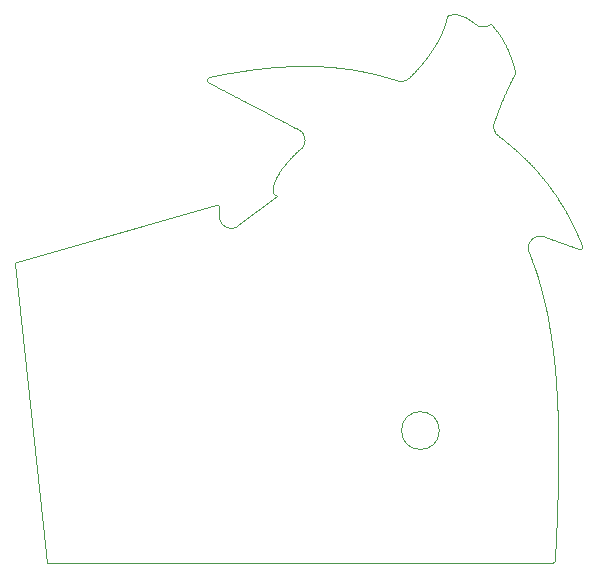
<source format=gko>
G04 #@! TF.GenerationSoftware,KiCad,Pcbnew,(5.1.2)-1*
G04 #@! TF.CreationDate,2019-07-09T23:17:51-04:00*
G04 #@! TF.ProjectId,SPIvSPI_SAO_White,53504976-5350-4495-9f53-414f5f576869,0*
G04 #@! TF.SameCoordinates,PX90f5600PY584f6c0*
G04 #@! TF.FileFunction,Profile,NP*
%FSLAX46Y46*%
G04 Gerber Fmt 4.6, Leading zero omitted, Abs format (unit mm)*
G04 Created by KiCad (PCBNEW (5.1.2)-1) date 2019-07-09 23:17:51*
%MOMM*%
%LPD*%
G04 APERTURE LIST*
%ADD10C,0.050000*%
%ADD11C,0.100000*%
G04 APERTURE END LIST*
D10*
X12200000Y-7600000D02*
G75*
G03X12200000Y-7600000I-1600000J0D01*
G01*
D11*
X24099101Y7761079D02*
X24182023Y7778761D01*
X24182023Y7778761D02*
X24219679Y7800697D01*
X-23591701Y6711875D02*
X-23658554Y6678534D01*
X-23658554Y6678534D02*
X-23706817Y6626424D01*
X-23706817Y6626424D02*
X-23735813Y6553344D01*
X-23735813Y6553344D02*
X-23738090Y6495432D01*
X23999193Y7782094D02*
X24021608Y7778282D01*
X24021608Y7778282D02*
X24099101Y7761079D01*
X21040791Y8835529D02*
X21131958Y8802666D01*
X21131958Y8802666D02*
X21212118Y8773789D01*
X21212118Y8773789D02*
X21291438Y8745232D01*
X21291438Y8745232D02*
X21379662Y8713491D01*
X21379662Y8713491D02*
X21466771Y8682173D01*
X21466771Y8682173D02*
X21543270Y8654688D01*
X21543270Y8654688D02*
X21618872Y8627541D01*
X21618872Y8627541D02*
X21693563Y8600737D01*
X21693563Y8600737D02*
X21794757Y8564448D01*
X21794757Y8564448D02*
X21876213Y8535259D01*
X21876213Y8535259D02*
X21974138Y8500193D01*
X21974138Y8500193D02*
X22052869Y8472021D01*
X22052869Y8472021D02*
X22147406Y8438217D01*
X22147406Y8438217D02*
X22248347Y8402153D01*
X22248347Y8402153D02*
X22322520Y8375672D01*
X22322520Y8375672D02*
X22411392Y8343964D01*
X22411392Y8343964D02*
X22506032Y8310225D01*
X22506032Y8310225D02*
X22590629Y8280090D01*
X22590629Y8280090D02*
X22687928Y8245455D01*
X22687928Y8245455D02*
X22775090Y8214454D01*
X22775090Y8214454D02*
X22859668Y8184396D01*
X22859668Y8184396D02*
X22941614Y8155295D01*
X22941614Y8155295D02*
X23027355Y8124872D01*
X23027355Y8124872D02*
X23122327Y8091199D01*
X23122327Y8091199D02*
X23218822Y8057020D01*
X23218822Y8057020D02*
X23310253Y8024665D01*
X23310253Y8024665D02*
X23396516Y7994169D01*
X23396516Y7994169D02*
X23475032Y7966436D01*
X23475032Y7966436D02*
X23553087Y7938891D01*
X23553087Y7938891D02*
X23639831Y7908310D01*
X23639831Y7908310D02*
X23725113Y7878280D01*
X23725113Y7878280D02*
X23799362Y7852166D01*
X23799362Y7852166D02*
X23873908Y7825983D01*
X23873908Y7825983D02*
X23953805Y7797967D01*
X23953805Y7797967D02*
X23999193Y7782094D01*
X19773468Y7517387D02*
X19746379Y7590821D01*
X19746379Y7590821D02*
X19724024Y7669371D01*
X19724024Y7669371D02*
X19706418Y7760301D01*
X19706418Y7760301D02*
X19697466Y7851461D01*
X19697466Y7851461D02*
X19697613Y7952286D01*
X19697613Y7952286D02*
X19706868Y8043217D01*
X19706868Y8043217D02*
X19723462Y8127841D01*
X19723462Y8127841D02*
X19745794Y8205601D01*
X19745794Y8205601D02*
X19773428Y8278846D01*
X19773428Y8278846D02*
X19805737Y8347738D01*
X19805737Y8347738D02*
X19841929Y8411984D01*
X19841929Y8411984D02*
X19881994Y8472461D01*
X19881994Y8472461D02*
X19926204Y8529899D01*
X19926204Y8529899D02*
X19973585Y8583285D01*
X19973585Y8583285D02*
X20024553Y8633274D01*
X20024553Y8633274D02*
X20078676Y8679475D01*
X20078676Y8679475D02*
X20136378Y8722167D01*
X20136378Y8722167D02*
X20197742Y8761176D01*
X20197742Y8761176D02*
X20262887Y8796239D01*
X20262887Y8796239D02*
X20332712Y8827316D01*
X20332712Y8827316D02*
X20406666Y8853527D01*
X20406666Y8853527D02*
X20487884Y8874942D01*
X20487884Y8874942D02*
X20575364Y8889875D01*
X20575364Y8889875D02*
X20668482Y8896884D01*
X20668482Y8896884D02*
X20767629Y8894524D01*
X20767629Y8894524D02*
X20857224Y8883735D01*
X20857224Y8883735D02*
X20940070Y8866384D01*
X20940070Y8866384D02*
X21019887Y8842832D01*
X21019887Y8842832D02*
X21040791Y8835529D01*
X21790542Y-18783210D02*
X21855330Y-18747700D01*
X21855330Y-18747700D02*
X21913658Y-18705839D01*
X21913658Y-18705839D02*
X21962712Y-18654280D01*
X21962712Y-18654280D02*
X21987257Y-18590974D01*
X-21021535Y-18784932D02*
X21790542Y-18783210D01*
X21790542Y-18783210D02*
X21790542Y-18783210D01*
X-23738090Y6495432D02*
X-23398521Y3335387D01*
X-23398521Y3335387D02*
X-21870460Y-10884817D01*
X-21870460Y-10884817D02*
X-21106428Y-17994920D01*
X-21106428Y-17994920D02*
X-21021535Y-18784932D01*
X-6730025Y11529496D02*
X-23591701Y6711875D01*
X-23591701Y6711875D02*
X-23591701Y6711875D01*
X24219679Y7800697D02*
X24268624Y7852142D01*
X24268624Y7852142D02*
X24298036Y7922828D01*
X24298036Y7922828D02*
X24294538Y8019874D01*
X24294538Y8019874D02*
X24287892Y8039442D01*
X21987257Y-18590974D02*
X21993116Y-18481604D01*
X21993116Y-18481604D02*
X21998480Y-18380821D01*
X21998480Y-18380821D02*
X22003800Y-18280204D01*
X22003800Y-18280204D02*
X22009075Y-18179750D01*
X22009075Y-18179750D02*
X22014740Y-18071111D01*
X22014740Y-18071111D02*
X22020350Y-17962663D01*
X22020350Y-17962663D02*
X22025482Y-17862729D01*
X22025482Y-17862729D02*
X22031833Y-17738043D01*
X22031833Y-17738043D02*
X22037279Y-17630186D01*
X22037279Y-17630186D02*
X22043085Y-17514249D01*
X22043085Y-17514249D02*
X22048417Y-17406789D01*
X22048417Y-17406789D02*
X22053694Y-17299522D01*
X22053694Y-17299522D02*
X22059316Y-17184217D01*
X22059316Y-17184217D02*
X22064084Y-17085558D01*
X22064084Y-17085558D02*
X22068807Y-16987066D01*
X22068807Y-16987066D02*
X22073867Y-16880544D01*
X22073867Y-16880544D02*
X22078871Y-16774215D01*
X22078871Y-16774215D02*
X22084574Y-16651762D01*
X22084574Y-16651762D02*
X22089083Y-16553981D01*
X22089083Y-16553981D02*
X22093543Y-16456363D01*
X22093543Y-16456363D02*
X22097952Y-16358903D01*
X22097952Y-16358903D02*
X22102674Y-16253503D01*
X22102674Y-16253503D02*
X22108052Y-16132124D01*
X22108052Y-16132124D02*
X22112649Y-16027130D01*
X22112649Y-16027130D02*
X22116841Y-15930382D01*
X22116841Y-15930382D02*
X22120981Y-15833792D01*
X22120981Y-15833792D02*
X22125072Y-15737362D01*
X22125072Y-15737362D02*
X22129114Y-15641091D01*
X22129114Y-15641091D02*
X22133104Y-15544981D01*
X22133104Y-15544981D02*
X22137696Y-15433055D01*
X22137696Y-15433055D02*
X22142215Y-15321343D01*
X22142215Y-15321343D02*
X22146666Y-15209846D01*
X22146666Y-15209846D02*
X22151044Y-15098567D01*
X22151044Y-15098567D02*
X22155659Y-14979579D01*
X22155659Y-14979579D02*
X22159591Y-14876655D01*
X22159591Y-14876655D02*
X22163756Y-14766021D01*
X22163756Y-14766021D02*
X22167851Y-14655602D01*
X22167851Y-14655602D02*
X22171872Y-14545399D01*
X22171872Y-14545399D02*
X22175542Y-14443259D01*
X22175542Y-14443259D02*
X22179148Y-14341302D01*
X22179148Y-14341302D02*
X22182959Y-14231708D01*
X22182959Y-14231708D02*
X22186697Y-14122327D01*
X22186697Y-14122327D02*
X22190362Y-14013160D01*
X22190362Y-14013160D02*
X22193950Y-13904205D01*
X22193950Y-13904205D02*
X22197466Y-13795464D01*
X22197466Y-13795464D02*
X22200907Y-13686934D01*
X22200907Y-13686934D02*
X22204270Y-13578613D01*
X22204270Y-13578613D02*
X22207559Y-13470508D01*
X22207559Y-13470508D02*
X22210771Y-13362612D01*
X22210771Y-13362612D02*
X22213907Y-13254928D01*
X22213907Y-13254928D02*
X22216966Y-13147453D01*
X22216966Y-13147453D02*
X22219946Y-13040189D01*
X22219946Y-13040189D02*
X22222852Y-12933137D01*
X22222852Y-12933137D02*
X22225676Y-12826293D01*
X22225676Y-12826293D02*
X22228423Y-12719658D01*
X22228423Y-12719658D02*
X22231092Y-12613232D01*
X22231092Y-12613232D02*
X22233681Y-12507017D01*
X22233681Y-12507017D02*
X22236191Y-12401009D01*
X22236191Y-12401009D02*
X22238620Y-12295208D01*
X22238620Y-12295208D02*
X22240969Y-12189617D01*
X22240969Y-12189617D02*
X22243238Y-12084234D01*
X22243238Y-12084234D02*
X22245426Y-11979057D01*
X22245426Y-11979057D02*
X22247531Y-11874086D01*
X22247531Y-11874086D02*
X22249555Y-11769323D01*
X22249555Y-11769323D02*
X22251499Y-11664767D01*
X22251499Y-11664767D02*
X22253359Y-11560418D01*
X22253359Y-11560418D02*
X22255137Y-11456273D01*
X22255137Y-11456273D02*
X22256831Y-11352334D01*
X22256831Y-11352334D02*
X22258443Y-11248602D01*
X22258443Y-11248602D02*
X22259968Y-11145073D01*
X22259968Y-11145073D02*
X22261412Y-11041750D01*
X22261412Y-11041750D02*
X22262770Y-10938630D01*
X22262770Y-10938630D02*
X22264044Y-10835717D01*
X22264044Y-10835717D02*
X22265232Y-10733006D01*
X22265232Y-10733006D02*
X22266335Y-10630497D01*
X22266335Y-10630497D02*
X22267352Y-10528194D01*
X22267352Y-10528194D02*
X22268282Y-10426094D01*
X22268282Y-10426094D02*
X22269124Y-10324194D01*
X22269124Y-10324194D02*
X22269879Y-10222496D01*
X22269879Y-10222496D02*
X22270549Y-10121003D01*
X22270549Y-10121003D02*
X22271129Y-10019709D01*
X22271129Y-10019709D02*
X22271623Y-9918617D01*
X22271623Y-9918617D02*
X22272026Y-9817728D01*
X22272026Y-9817728D02*
X22272341Y-9717039D01*
X22272341Y-9717039D02*
X22272569Y-9616552D01*
X22272569Y-9616552D02*
X22272705Y-9516263D01*
X22272705Y-9516263D02*
X22272743Y-9373340D01*
X22272743Y-9373340D02*
X22272615Y-9241500D01*
X22272615Y-9241500D02*
X22272308Y-9102911D01*
X22272308Y-9102911D02*
X22271922Y-8989483D01*
X22271922Y-8989483D02*
X22271417Y-8876316D01*
X22271417Y-8876316D02*
X22270813Y-8766933D01*
X22270813Y-8766933D02*
X22270120Y-8661307D01*
X22270120Y-8661307D02*
X22269319Y-8555908D01*
X22269319Y-8555908D02*
X22268413Y-8450735D01*
X22268413Y-8450735D02*
X22267364Y-8342294D01*
X22267364Y-8342294D02*
X22266159Y-8230609D01*
X22266159Y-8230609D02*
X22264960Y-8129615D01*
X22264960Y-8129615D02*
X22263330Y-8004536D01*
X22263330Y-8004536D02*
X22261386Y-7869399D01*
X22261386Y-7869399D02*
X22258737Y-7703594D01*
X22258737Y-7703594D02*
X22256626Y-7583054D01*
X22256626Y-7583054D02*
X22254564Y-7473114D01*
X22254564Y-7473114D02*
X22252588Y-7373699D01*
X22252588Y-7373699D02*
X22250504Y-7274491D01*
X22250504Y-7274491D02*
X22248160Y-7168671D01*
X22248160Y-7168671D02*
X22245696Y-7063087D01*
X22245696Y-7063087D02*
X22243196Y-6961134D01*
X22243196Y-6961134D02*
X22240491Y-6856014D01*
X22240491Y-6856014D02*
X22237850Y-6757889D01*
X22237850Y-6757889D02*
X22234909Y-6653224D01*
X22234909Y-6653224D02*
X22232046Y-6555524D01*
X22232046Y-6555524D02*
X22228448Y-6437883D01*
X22228448Y-6437883D02*
X22223587Y-6287068D01*
X22223587Y-6287068D02*
X22219624Y-6170107D01*
X22219624Y-6170107D02*
X22214416Y-6023493D01*
X22214416Y-6023493D02*
X22209965Y-5903882D01*
X22209965Y-5903882D02*
X22204950Y-5774657D01*
X22204950Y-5774657D02*
X22200008Y-5652398D01*
X22200008Y-5652398D02*
X22195726Y-5550215D01*
X22195726Y-5550215D02*
X22191460Y-5451551D01*
X22191460Y-5451551D02*
X22187070Y-5353097D01*
X22187070Y-5353097D02*
X22182106Y-5245053D01*
X22182106Y-5245053D02*
X22177148Y-5140526D01*
X22177148Y-5140526D02*
X22172215Y-5039499D01*
X22172215Y-5039499D02*
X22167314Y-4941947D01*
X22167314Y-4941947D02*
X22162293Y-4844611D01*
X22162293Y-4844611D02*
X22156625Y-4737786D01*
X22156625Y-4737786D02*
X22150987Y-4634445D01*
X22150987Y-4634445D02*
X22145206Y-4531344D01*
X22145206Y-4531344D02*
X22139471Y-4431695D01*
X22139471Y-4431695D02*
X22133792Y-4335476D01*
X22133792Y-4335476D02*
X22127989Y-4239467D01*
X22127989Y-4239467D02*
X22122057Y-4143670D01*
X22122057Y-4143670D02*
X22116003Y-4048084D01*
X22116003Y-4048084D02*
X22109819Y-3952708D01*
X22109819Y-3952708D02*
X22103506Y-3857540D01*
X22103506Y-3857540D02*
X22096633Y-3756258D01*
X22096633Y-3756258D02*
X22090057Y-3661524D01*
X22090057Y-3661524D02*
X22083352Y-3566998D01*
X22083352Y-3566998D02*
X22076516Y-3472679D01*
X22076516Y-3472679D02*
X22069551Y-3378568D01*
X22069551Y-3378568D02*
X22062455Y-3284665D01*
X22062455Y-3284665D02*
X22055231Y-3190971D01*
X22055231Y-3190971D02*
X22047874Y-3097480D01*
X22047874Y-3097480D02*
X22040383Y-3004196D01*
X22040383Y-3004196D02*
X22032762Y-2911119D01*
X22032762Y-2911119D02*
X22025009Y-2818248D01*
X22025009Y-2818248D02*
X22016592Y-2719411D01*
X22016592Y-2719411D02*
X22008563Y-2626964D01*
X22008563Y-2626964D02*
X22000399Y-2534719D01*
X22000399Y-2534719D02*
X21992104Y-2442681D01*
X21992104Y-2442681D02*
X21983672Y-2350847D01*
X21983672Y-2350847D02*
X21974529Y-2253115D01*
X21974529Y-2253115D02*
X21965818Y-2161700D01*
X21965818Y-2161700D02*
X21955780Y-2058342D01*
X21955780Y-2058342D02*
X21945871Y-1958271D01*
X21945871Y-1958271D02*
X21936409Y-1864488D01*
X21936409Y-1864488D02*
X21926176Y-1764891D01*
X21926176Y-1764891D02*
X21916412Y-1671552D01*
X21916412Y-1671552D02*
X21903593Y-1551431D01*
X21903593Y-1551431D02*
X21886229Y-1392820D01*
X21886229Y-1392820D02*
X21874185Y-1285440D01*
X21874185Y-1285440D02*
X21861596Y-1175375D01*
X21861596Y-1175375D02*
X21849490Y-1071538D01*
X21849490Y-1071538D02*
X21836837Y-965015D01*
X21836837Y-965015D02*
X21824340Y-861727D01*
X21824340Y-861727D02*
X21812378Y-764584D01*
X21812378Y-764584D02*
X21800616Y-670615D01*
X21800616Y-670615D02*
X21789064Y-579796D01*
X21789064Y-579796D02*
X21776980Y-486266D01*
X21776980Y-486266D02*
X21764729Y-392959D01*
X21764729Y-392959D02*
X21752313Y-299873D01*
X21752313Y-299873D02*
X21738148Y-195417D01*
X21738148Y-195417D02*
X21723774Y-91243D01*
X21723774Y-91243D02*
X21708781Y15534D01*
X21708781Y15534D02*
X21695633Y107644D01*
X21695633Y107644D02*
X21682318Y199532D01*
X21682318Y199532D02*
X21669257Y288342D01*
X21669257Y288342D02*
X21655611Y379801D01*
X21655611Y379801D02*
X21641793Y471039D01*
X21641793Y471039D02*
X21627807Y562059D01*
X21627807Y562059D02*
X21613649Y652862D01*
X21613649Y652862D02*
X21599323Y743446D01*
X21599323Y743446D02*
X21584823Y833814D01*
X21584823Y833814D02*
X21570153Y923966D01*
X21570153Y923966D02*
X21551570Y1036352D01*
X21551570Y1036352D02*
X21522712Y1207093D01*
X21522712Y1207093D02*
X21507803Y1293563D01*
X21507803Y1293563D02*
X21492241Y1382611D01*
X21492241Y1382611D02*
X21475516Y1476991D01*
X21475516Y1476991D02*
X21458591Y1571131D01*
X21458591Y1571131D02*
X21442481Y1659512D01*
X21442481Y1659512D02*
X21424145Y1758686D01*
X21424145Y1758686D02*
X21407138Y1849362D01*
X21407138Y1849362D02*
X21384169Y1969912D01*
X21384169Y1969912D02*
X21363528Y2076430D01*
X21363528Y2076430D02*
X21345315Y2169038D01*
X21345315Y2169038D02*
X21327988Y2255979D01*
X21327988Y2255979D02*
X21310480Y2342712D01*
X21310480Y2342712D02*
X21291679Y2434637D01*
X21291679Y2434637D02*
X21254595Y2612409D01*
X21254595Y2612409D02*
X21234615Y2706322D01*
X21234615Y2706322D02*
X21214416Y2799988D01*
X21214416Y2799988D02*
X21195755Y2885409D01*
X21195755Y2885409D02*
X21176908Y2970624D01*
X21176908Y2970624D02*
X21155487Y3066244D01*
X21155487Y3066244D02*
X21128983Y3182762D01*
X21128983Y3182762D02*
X21107037Y3277806D01*
X21107037Y3277806D02*
X21084855Y3372590D01*
X21084855Y3372590D02*
X21064938Y3456628D01*
X21064938Y3456628D02*
X21042305Y3550926D01*
X21042305Y3550926D02*
X21019434Y3644969D01*
X21019434Y3644969D02*
X20992449Y3754360D01*
X20992449Y3754360D02*
X20972321Y3834879D01*
X20972321Y3834879D02*
X20951356Y3917797D01*
X20951356Y3917797D02*
X20930863Y3997932D01*
X20930863Y3997932D02*
X20909521Y4080455D01*
X20909521Y4080455D02*
X20887985Y4162779D01*
X20887985Y4162779D02*
X20866259Y4244902D01*
X20866259Y4244902D02*
X20844338Y4326826D01*
X20844338Y4326826D02*
X20822225Y4408551D01*
X20822225Y4408551D02*
X20799915Y4490080D01*
X20799915Y4490080D02*
X20774585Y4581562D01*
X20774585Y4581562D02*
X20751860Y4662671D01*
X20751860Y4662671D02*
X20728941Y4743580D01*
X20728941Y4743580D02*
X20705824Y4824296D01*
X20705824Y4824296D02*
X20682511Y4904814D01*
X20682511Y4904814D02*
X20659000Y4985136D01*
X20659000Y4985136D02*
X20627842Y5090262D01*
X20627842Y5090262D02*
X20603870Y5170134D01*
X20603870Y5170134D02*
X20579700Y5249813D01*
X20579700Y5249813D02*
X20555330Y5329297D01*
X20555330Y5329297D02*
X20523040Y5433327D01*
X20523040Y5433327D02*
X20488842Y5541955D01*
X20488842Y5541955D02*
X20463729Y5620729D01*
X20463729Y5620729D02*
X20438415Y5699313D01*
X20438415Y5699313D02*
X20412096Y5780150D01*
X20412096Y5780150D02*
X20379096Y5880303D01*
X20379096Y5880303D02*
X20353106Y5958254D01*
X20353106Y5958254D02*
X20326913Y6036015D01*
X20326913Y6036015D02*
X20300514Y6113587D01*
X20300514Y6113587D02*
X20270566Y6200630D01*
X20270566Y6200630D02*
X20242046Y6282619D01*
X20242046Y6282619D02*
X20214988Y6359590D01*
X20214988Y6359590D02*
X20186867Y6438771D01*
X20186867Y6438771D02*
X20152485Y6534480D01*
X20152485Y6534480D02*
X20118647Y6627518D01*
X20118647Y6627518D02*
X20090649Y6703651D01*
X20090649Y6703651D02*
X20062443Y6779597D01*
X20062443Y6779597D02*
X20022423Y6886083D01*
X20022423Y6886083D02*
X19994609Y6959230D01*
X19994609Y6959230D02*
X19965690Y7034554D01*
X19965690Y7034554D02*
X19936559Y7109694D01*
X19936559Y7109694D02*
X19902610Y7196346D01*
X19902610Y7196346D02*
X19873945Y7268760D01*
X19873945Y7268760D02*
X19840406Y7352638D01*
X19840406Y7352638D02*
X19806597Y7436285D01*
X19806597Y7436285D02*
X19774417Y7515074D01*
X19774417Y7515074D02*
X19773468Y7517387D01*
X16826549Y18514100D02*
X16853855Y18590486D01*
X16853855Y18590486D02*
X16881042Y18666058D01*
X16881042Y18666058D02*
X16909163Y18743746D01*
X16909163Y18743746D02*
X16938206Y18823466D01*
X16938206Y18823466D02*
X16966255Y18899977D01*
X16966255Y18899977D02*
X16994436Y18976381D01*
X16994436Y18976381D02*
X17022688Y19052508D01*
X17022688Y19052508D02*
X17052315Y19131839D01*
X17052315Y19131839D02*
X17079866Y19205164D01*
X17079866Y19205164D02*
X17107996Y19279587D01*
X17107996Y19279587D02*
X17136696Y19355063D01*
X17136696Y19355063D02*
X17165958Y19431541D01*
X17165958Y19431541D02*
X17195773Y19508977D01*
X17195773Y19508977D02*
X17226132Y19587323D01*
X17226132Y19587323D02*
X17257025Y19666529D01*
X17257025Y19666529D02*
X17285277Y19738513D01*
X17285277Y19738513D02*
X17313950Y19811121D01*
X17313950Y19811121D02*
X17343037Y19884320D01*
X17343037Y19884320D02*
X17372528Y19958076D01*
X17372528Y19958076D02*
X17405765Y20040637D01*
X17405765Y20040637D02*
X17436092Y20115453D01*
X17436092Y20115453D02*
X17466807Y20190717D01*
X17466807Y20190717D02*
X17501378Y20274826D01*
X17501378Y20274826D02*
X17532004Y20348807D01*
X17532004Y20348807D02*
X17562087Y20420980D01*
X17562087Y20420980D02*
X17592488Y20493432D01*
X17592488Y20493432D02*
X17622299Y20563989D01*
X17622299Y20563989D02*
X17655151Y20641193D01*
X17655151Y20641193D02*
X17689271Y20720762D01*
X17689271Y20720762D02*
X17720935Y20794043D01*
X17720935Y20794043D02*
X17751949Y20865288D01*
X17751949Y20865288D02*
X17783231Y20936629D01*
X17783231Y20936629D02*
X17816702Y21012363D01*
X17816702Y21012363D02*
X17847557Y21081646D01*
X17847557Y21081646D02*
X17878654Y21150939D01*
X17878654Y21150939D02*
X17909985Y21220219D01*
X17909985Y21220219D02*
X17941548Y21289463D01*
X17941548Y21289463D02*
X17977326Y21367288D01*
X17977326Y21367288D02*
X18009364Y21436371D01*
X18009364Y21436371D02*
X18042628Y21507496D01*
X18042628Y21507496D02*
X18076628Y21579549D01*
X18076628Y21579549D02*
X18113928Y21657851D01*
X18113928Y21657851D02*
X18148912Y21730566D01*
X18148912Y21730566D02*
X18182557Y21799844D01*
X18182557Y21799844D02*
X18217447Y21870994D01*
X18217447Y21870994D02*
X18250965Y21938685D01*
X18250965Y21938685D02*
X18286251Y22009238D01*
X18286251Y22009238D02*
X18320670Y22077351D01*
X18320670Y22077351D02*
X18354731Y22144074D01*
X18354731Y22144074D02*
X18388963Y22210432D01*
X18388963Y22210432D02*
X18423359Y22276400D01*
X18423359Y22276400D02*
X18457913Y22341953D01*
X18457913Y22341953D02*
X18494798Y22411124D01*
X18494798Y22411124D02*
X18531306Y22478764D01*
X18531306Y22478764D02*
X18567423Y22544872D01*
X18567423Y22544872D02*
X18603140Y22609440D01*
X18640347Y22675758D02*
X18624500Y22750000D01*
X-6554498Y11498490D02*
X-6622441Y11530806D01*
X-6622441Y11530806D02*
X-6722451Y11531559D01*
X-6722451Y11531559D02*
X-6730025Y11529496D01*
X-6471126Y11340877D02*
X-6491197Y11422449D01*
X-6491197Y11422449D02*
X-6533615Y11480974D01*
X-6533615Y11480974D02*
X-6554498Y11498490D01*
X-1521536Y12282465D02*
X-4841940Y9772159D01*
X-4841940Y9772159D02*
X-4841940Y9772159D01*
X-6444462Y10536707D02*
X-6452795Y10788012D01*
X-6452795Y10788012D02*
X-6462794Y11089575D01*
X-6462794Y11089575D02*
X-6470293Y11315747D01*
X-6470293Y11315747D02*
X-6471126Y11340877D01*
X-4841940Y9772159D02*
X-4902383Y9729677D01*
X-4902383Y9729677D02*
X-4965707Y9691560D01*
X-4965707Y9691560D02*
X-5032800Y9657619D01*
X-5032800Y9657619D02*
X-5104055Y9628180D01*
X-5104055Y9628180D02*
X-5180365Y9603605D01*
X-5180365Y9603605D02*
X-5262569Y9584613D01*
X-5262569Y9584613D02*
X-5355598Y9571944D01*
X-5355598Y9571944D02*
X-5452412Y9568292D01*
X-5452412Y9568292D02*
X-5549464Y9574187D01*
X-5549464Y9574187D02*
X-5636695Y9587692D01*
X-5636695Y9587692D02*
X-5717477Y9607341D01*
X-5717477Y9607341D02*
X-5793368Y9632385D01*
X-5793368Y9632385D02*
X-5863988Y9661850D01*
X-5863988Y9661850D02*
X-5931307Y9695999D01*
X-5931307Y9695999D02*
X-5994239Y9733914D01*
X-5994239Y9733914D02*
X-6053114Y9775377D01*
X-6053114Y9775377D02*
X-6108218Y9820319D01*
X-6108218Y9820319D02*
X-6160145Y9869177D01*
X-6160145Y9869177D02*
X-6208618Y9921816D01*
X-6208618Y9921816D02*
X-6254450Y9979582D01*
X-6254450Y9979582D02*
X-6295241Y10039711D01*
X-6295241Y10039711D02*
X-6331971Y10103728D01*
X-6331971Y10103728D02*
X-6364689Y10172557D01*
X-6364689Y10172557D02*
X-6392429Y10245237D01*
X-6392429Y10245237D02*
X-6416041Y10326830D01*
X-6416041Y10326830D02*
X-6432776Y10411121D01*
X-6432776Y10411121D02*
X-6443186Y10508967D01*
X-6443186Y10508967D02*
X-6444462Y10536707D01*
X-1799749Y12459672D02*
X-1752104Y12405564D01*
X-1752104Y12405564D02*
X-1696727Y12360636D01*
X-1696727Y12360636D02*
X-1632686Y12323459D01*
X-1632686Y12323459D02*
X-1560877Y12294290D01*
X-1560877Y12294290D02*
X-1521536Y12282465D01*
X-1791309Y13375206D02*
X-1816856Y13299746D01*
X-1816856Y13299746D02*
X-1840748Y13221048D01*
X-1840748Y13221048D02*
X-1861882Y13140852D01*
X-1861882Y13140852D02*
X-1880042Y13057107D01*
X-1880042Y13057107D02*
X-1894025Y12970298D01*
X-1894025Y12970298D02*
X-1902522Y12878340D01*
X-1902522Y12878340D02*
X-1902807Y12778476D01*
X-1902807Y12778476D02*
X-1892786Y12687061D01*
X-1892786Y12687061D02*
X-1873271Y12606187D01*
X-1873271Y12606187D02*
X-1844380Y12533489D01*
X-1844380Y12533489D02*
X-1807294Y12470198D01*
X-1807294Y12470198D02*
X-1799749Y12459672D01*
X436326Y16252819D02*
X381849Y16206777D01*
X381849Y16206777D02*
X326275Y16159128D01*
X326275Y16159128D02*
X272222Y16112117D01*
X272222Y16112117D02*
X217977Y16064256D01*
X217977Y16064256D02*
X163569Y16015554D01*
X163569Y16015554D02*
X110676Y15967518D01*
X110676Y15967518D02*
X58452Y15919410D01*
X58452Y15919410D02*
X6103Y15870486D01*
X6103Y15870486D02*
X-47135Y15820001D01*
X-47135Y15820001D02*
X-100412Y15768714D01*
X-100412Y15768714D02*
X-152929Y15717392D01*
X-152929Y15717392D02*
X-207704Y15663023D01*
X-207704Y15663023D02*
X-258654Y15611664D01*
X-258654Y15611664D02*
X-308839Y15560302D01*
X-308839Y15560302D02*
X-361146Y15505934D01*
X-361146Y15505934D02*
X-415430Y15448576D01*
X-415430Y15448576D02*
X-465977Y15394279D01*
X-465977Y15394279D02*
X-515664Y15340037D01*
X-515664Y15340037D02*
X-564494Y15285865D01*
X-564494Y15285865D02*
X-617743Y15225775D01*
X-617743Y15225775D02*
X-664756Y15171796D01*
X-664756Y15171796D02*
X-710911Y15117930D01*
X-710911Y15117930D02*
X-758694Y15061210D01*
X-758694Y15061210D02*
X-805515Y15004647D01*
X-805515Y15004647D02*
X-851377Y14948262D01*
X-851377Y14948262D02*
X-896273Y14892064D01*
X-896273Y14892064D02*
X-942492Y14833133D01*
X-942492Y14833133D02*
X-987642Y14774453D01*
X-987642Y14774453D02*
X-1031721Y14716037D01*
X-1031721Y14716037D02*
X-1074731Y14657914D01*
X-1074731Y14657914D02*
X-1118738Y14597212D01*
X-1118738Y14597212D02*
X-1161558Y14536866D01*
X-1161558Y14536866D02*
X-1205151Y14474063D01*
X-1205151Y14474063D02*
X-1247439Y14411701D01*
X-1247439Y14411701D02*
X-1288424Y14349807D01*
X-1288424Y14349807D02*
X-1329881Y14285633D01*
X-1329881Y14285633D02*
X-1369907Y14222030D01*
X-1369907Y14222030D02*
X-1408507Y14159027D01*
X-1408507Y14159027D02*
X-1447258Y14093956D01*
X-1447258Y14093956D02*
X-1484451Y14029601D01*
X-1484451Y14029601D02*
X-1521532Y13963366D01*
X-1521532Y13963366D02*
X-1556918Y13897984D01*
X-1556918Y13897984D02*
X-1591918Y13830929D01*
X-1591918Y13830929D02*
X-1626317Y13762360D01*
X-1626317Y13762360D02*
X-1659893Y13692446D01*
X-1659893Y13692446D02*
X-1691330Y13623799D01*
X-1691330Y13623799D02*
X-1721632Y13554093D01*
X-1721632Y13554093D02*
X-1751480Y13481213D01*
X-1751480Y13481213D02*
X-1779527Y13407826D01*
X-1779527Y13407826D02*
X-1791309Y13375206D01*
X251087Y17901767D02*
X315056Y17865495D01*
X315056Y17865495D02*
X375530Y17825246D01*
X375530Y17825246D02*
X432015Y17781508D01*
X432015Y17781508D02*
X486583Y17732500D01*
X486583Y17732500D02*
X536117Y17680972D01*
X536117Y17680972D02*
X582797Y17624668D01*
X582797Y17624668D02*
X624577Y17565970D01*
X624577Y17565970D02*
X662655Y17503172D01*
X662655Y17503172D02*
X697408Y17434696D01*
X697408Y17434696D02*
X726784Y17363846D01*
X726784Y17363846D02*
X751643Y17287619D01*
X751643Y17287619D02*
X771044Y17206424D01*
X771044Y17206424D02*
X784597Y17115720D01*
X784597Y17115720D02*
X789971Y17019090D01*
X789971Y17019090D02*
X786127Y16922751D01*
X786127Y16922751D02*
X774277Y16833853D01*
X774277Y16833853D02*
X755490Y16750102D01*
X755490Y16750102D02*
X731422Y16673605D01*
X731422Y16673605D02*
X702506Y16602271D01*
X702506Y16602271D02*
X668870Y16534945D01*
X668870Y16534945D02*
X630473Y16470955D01*
X630473Y16470955D02*
X587587Y16410481D01*
X587587Y16410481D02*
X540489Y16353672D01*
X540489Y16353672D02*
X490910Y16302060D01*
X490910Y16302060D02*
X436326Y16252819D01*
X-7193046Y21805067D02*
X-7127471Y21769611D01*
X-7127471Y21769611D02*
X-7057870Y21732258D01*
X-7057870Y21732258D02*
X-6992489Y21697319D01*
X-6992489Y21697319D02*
X-6922519Y21660032D01*
X-6922519Y21660032D02*
X-6854388Y21623803D01*
X-6854388Y21623803D02*
X-6788389Y21588764D01*
X-6788389Y21588764D02*
X-6713998Y21549322D01*
X-6713998Y21549322D02*
X-6647646Y21514182D01*
X-6647646Y21514182D02*
X-6577964Y21477312D01*
X-6577964Y21477312D02*
X-6505010Y21438741D01*
X-6505010Y21438741D02*
X-6428830Y21398496D01*
X-6428830Y21398496D02*
X-6349482Y21356605D01*
X-6349482Y21356605D02*
X-6267017Y21313097D01*
X-6267017Y21313097D02*
X-6186918Y21270861D01*
X-6186918Y21270861D02*
X-6115366Y21233149D01*
X-6115366Y21233149D02*
X-6047573Y21197432D01*
X-6047573Y21197432D02*
X-5978131Y21160860D01*
X-5978131Y21160860D02*
X-5907063Y21123444D01*
X-5907063Y21123444D02*
X-5822147Y21078755D01*
X-5822147Y21078755D02*
X-5735040Y21032928D01*
X-5735040Y21032928D02*
X-5658714Y20992786D01*
X-5658714Y20992786D02*
X-5567756Y20944963D01*
X-5567756Y20944963D02*
X-5501499Y20910135D01*
X-5501499Y20910135D02*
X-5420654Y20867653D01*
X-5420654Y20867653D02*
X-5345258Y20828042D01*
X-5345258Y20828042D02*
X-5240526Y20773034D01*
X-5240526Y20773034D02*
X-5169441Y20735707D01*
X-5169441Y20735707D02*
X-5068342Y20682631D01*
X-5068342Y20682631D02*
X-4965346Y20628573D01*
X-4965346Y20628573D02*
X-4875623Y20581492D01*
X-4875623Y20581492D02*
X-4784581Y20533729D01*
X-4784581Y20533729D02*
X-4692240Y20485296D01*
X-4692240Y20485296D02*
X-4582918Y20427965D01*
X-4582918Y20427965D02*
X-4471863Y20369741D01*
X-4471863Y20369741D02*
X-4391546Y20327639D01*
X-4391546Y20327639D02*
X-4310359Y20285088D01*
X-4310359Y20285088D02*
X-4195357Y20224824D01*
X-4195357Y20224824D02*
X-4128922Y20190016D01*
X-4128922Y20190016D02*
X-4045149Y20146129D01*
X-4045149Y20146129D02*
X-3977580Y20110736D01*
X-3977580Y20110736D02*
X-3909517Y20075087D01*
X-3909517Y20075087D02*
X-3840966Y20039187D01*
X-3840966Y20039187D02*
X-3771936Y20003041D01*
X-3771936Y20003041D02*
X-3667503Y19948364D01*
X-3667503Y19948364D02*
X-3579693Y19902395D01*
X-3579693Y19902395D02*
X-3491144Y19856047D01*
X-3491144Y19856047D02*
X-3419812Y19818714D01*
X-3419812Y19818714D02*
X-3348041Y19781155D01*
X-3348041Y19781155D02*
X-3239571Y19724397D01*
X-3239571Y19724397D02*
X-3157589Y19681506D01*
X-3157589Y19681506D02*
X-3056680Y19628719D01*
X-3056680Y19628719D02*
X-2982804Y19590076D01*
X-2982804Y19590076D02*
X-2908529Y19551230D01*
X-2908529Y19551230D02*
X-2824496Y19507285D01*
X-2824496Y19507285D02*
X-2721132Y19453235D01*
X-2721132Y19453235D02*
X-2650242Y19416171D01*
X-2650242Y19416171D02*
X-2569512Y19373966D01*
X-2569512Y19373966D02*
X-2493151Y19334049D01*
X-2493151Y19334049D02*
X-2397209Y19283901D01*
X-2397209Y19283901D02*
X-2300701Y19233464D01*
X-2300701Y19233464D02*
X-2184203Y19172587D01*
X-2184203Y19172587D02*
X-2106123Y19131789D01*
X-2106123Y19131789D02*
X-2027718Y19090825D01*
X-2027718Y19090825D02*
X-1929276Y19039399D01*
X-1929276Y19039399D02*
X-1850166Y18998076D01*
X-1850166Y18998076D02*
X-1770752Y18956598D01*
X-1770752Y18956598D02*
X-1671062Y18904535D01*
X-1671062Y18904535D02*
X-1530765Y18831274D01*
X-1530765Y18831274D02*
X-1430017Y18778671D01*
X-1430017Y18778671D02*
X-1349125Y18736440D01*
X-1349125Y18736440D02*
X-1267972Y18694076D01*
X-1267972Y18694076D02*
X-1186564Y18651583D01*
X-1186564Y18651583D02*
X-1104906Y18608964D01*
X-1104906Y18608964D02*
X-981973Y18544810D01*
X-981973Y18544810D02*
X-879135Y18491148D01*
X-879135Y18491148D02*
X-796608Y18448089D01*
X-796608Y18448089D02*
X-703500Y18399514D01*
X-703500Y18399514D02*
X-610137Y18350810D01*
X-610137Y18350810D02*
X-526931Y18307409D01*
X-526931Y18307409D02*
X-443531Y18263909D01*
X-443531Y18263909D02*
X-318082Y18198486D01*
X-318082Y18198486D02*
X-234224Y18154759D01*
X-234224Y18154759D02*
X-150195Y18110945D01*
X-150195Y18110945D02*
X-44931Y18056065D01*
X-44931Y18056065D02*
X60586Y18001060D01*
X60586Y18001060D02*
X208687Y17923866D01*
X208687Y17923866D02*
X251087Y17901767D01*
X9606137Y22266511D02*
X9552071Y22219669D01*
X9552071Y22219669D02*
X9491431Y22174324D01*
X9491431Y22174324D02*
X9429957Y22134997D01*
X9429957Y22134997D02*
X9364795Y22099666D01*
X9364795Y22099666D02*
X9295094Y22068312D01*
X9295094Y22068312D02*
X9220952Y22041555D01*
X9220952Y22041555D02*
X9139954Y22019460D01*
X9139954Y22019460D02*
X9053239Y22003528D01*
X9053239Y22003528D02*
X8960031Y21994883D01*
X8960031Y21994883D02*
X8860201Y21995117D01*
X8860201Y21995117D02*
X8766571Y22004256D01*
X8766571Y22004256D02*
X8682330Y22020021D01*
X8682330Y22020021D02*
X8603548Y22041511D01*
X8603548Y22041511D02*
X8586343Y22047106D01*
X8586343Y22047106D02*
X8505926Y22073884D01*
X8505926Y22073884D02*
X8418863Y22102513D01*
X8418863Y22102513D02*
X8333355Y22130267D01*
X8333355Y22130267D02*
X8254344Y22155590D01*
X8254344Y22155590D02*
X8175258Y22180628D01*
X8175258Y22180628D02*
X8096092Y22205383D01*
X8096092Y22205383D02*
X8016844Y22229856D01*
X8016844Y22229856D02*
X7930903Y22256047D01*
X7930903Y22256047D02*
X7851485Y22279928D01*
X7851485Y22279928D02*
X7771981Y22303526D01*
X7771981Y22303526D02*
X7685756Y22328769D01*
X7685756Y22328769D02*
X7606072Y22351775D01*
X7606072Y22351775D02*
X7526300Y22374496D01*
X7526300Y22374496D02*
X7446437Y22396936D01*
X7446437Y22396936D02*
X7366483Y22419088D01*
X7366483Y22419088D02*
X7279761Y22442769D01*
X7279761Y22442769D02*
X7199611Y22464331D01*
X7199611Y22464331D02*
X7112673Y22487370D01*
X7112673Y22487370D02*
X7030647Y22508774D01*
X7030647Y22508774D02*
X6945165Y22530736D01*
X6945165Y22530736D02*
X6857888Y22552800D01*
X6857888Y22552800D02*
X6763762Y22576188D01*
X6763762Y22576188D02*
X6682974Y22595927D01*
X6682974Y22595927D02*
X6602077Y22615382D01*
X6602077Y22615382D02*
X6519387Y22634948D01*
X6519387Y22634948D02*
X6434894Y22654608D01*
X6434894Y22654608D02*
X6346896Y22674725D01*
X6346896Y22674725D02*
X6257069Y22694889D01*
X6257069Y22694889D02*
X6168805Y22714333D01*
X6168805Y22714333D02*
X6080410Y22733442D01*
X6080410Y22733442D02*
X5991878Y22752217D01*
X5991878Y22752217D02*
X5903208Y22770661D01*
X5903208Y22770661D02*
X5807563Y22790146D01*
X5807563Y22790146D02*
X5698052Y22811943D01*
X5698052Y22811943D02*
X5610632Y22828948D01*
X5610632Y22828948D02*
X5524789Y22845308D01*
X5524789Y22845308D02*
X5438811Y22861359D01*
X5438811Y22861359D02*
X5347527Y22878036D01*
X5347527Y22878036D02*
X5257814Y22894058D01*
X5257814Y22894058D02*
X5154109Y22912130D01*
X5154109Y22912130D02*
X5065797Y22927142D01*
X5065797Y22927142D02*
X4973865Y22942401D01*
X4973865Y22942401D02*
X4878289Y22957870D01*
X4878289Y22957870D02*
X4791248Y22971606D01*
X4791248Y22971606D02*
X4704061Y22985032D01*
X4704061Y22985032D02*
X4616719Y22998149D01*
X4616719Y22998149D02*
X4522220Y23011968D01*
X4522220Y23011968D02*
X4434562Y23024439D01*
X4434562Y23024439D02*
X4344992Y23036842D01*
X4344992Y23036842D02*
X4253498Y23049154D01*
X4253498Y23049154D02*
X4161829Y23061135D01*
X4161829Y23061135D02*
X4062916Y23073659D01*
X4062916Y23073659D02*
X3972657Y23084729D01*
X3972657Y23084729D02*
X3878679Y23095888D01*
X3878679Y23095888D02*
X3786295Y23106498D01*
X3786295Y23106498D02*
X3693729Y23116775D01*
X3693729Y23116775D02*
X3600981Y23126714D01*
X3600981Y23126714D02*
X3509838Y23136137D01*
X3509838Y23136137D02*
X3402382Y23146808D01*
X3402382Y23146808D02*
X3307255Y23155863D01*
X3307255Y23155863D02*
X3206526Y23165053D01*
X3206526Y23165053D02*
X3112796Y23173236D01*
X3112796Y23173236D02*
X3018869Y23181085D01*
X3018869Y23181085D02*
X2924751Y23188595D01*
X2924751Y23188595D02*
X2823171Y23196310D01*
X2823171Y23196310D02*
X2728638Y23203124D01*
X2728638Y23203124D02*
X2628436Y23209964D01*
X2628436Y23209964D02*
X2531662Y23216200D01*
X2531662Y23216200D02*
X2429180Y23222409D01*
X2429180Y23222409D02*
X2333802Y23227826D01*
X2333802Y23227826D02*
X2238217Y23232907D01*
X2238217Y23232907D02*
X2135044Y23238003D01*
X2135044Y23238003D02*
X2039022Y23242384D01*
X2039022Y23242384D02*
X1920548Y23247315D01*
X1920548Y23247315D02*
X1816614Y23251210D01*
X1816614Y23251210D02*
X1719877Y23254479D01*
X1719877Y23254479D02*
X1607987Y23257831D01*
X1607987Y23257831D02*
X1503289Y23260555D01*
X1503289Y23260555D02*
X1400208Y23262851D01*
X1400208Y23262851D02*
X1300636Y23264707D01*
X1300636Y23264707D02*
X1195173Y23266289D01*
X1195173Y23266289D02*
X1091334Y23267460D01*
X1091334Y23267460D02*
X991027Y23268232D01*
X991027Y23268232D02*
X884779Y23268667D01*
X884779Y23268667D02*
X778258Y23268712D01*
X778258Y23268712D02*
X671463Y23268366D01*
X671463Y23268366D02*
X556734Y23267559D01*
X556734Y23267559D02*
X457043Y23266498D01*
X457043Y23266498D02*
X357108Y23265099D01*
X357108Y23265099D02*
X256932Y23263363D01*
X256932Y23263363D02*
X156506Y23261288D01*
X156506Y23261288D02*
X55835Y23258876D01*
X55835Y23258876D02*
X-52860Y23255901D01*
X-52860Y23255901D02*
X-154053Y23252788D01*
X-154053Y23252788D02*
X-255496Y23249336D01*
X-255496Y23249336D02*
X-357197Y23245548D01*
X-357197Y23245548D02*
X-459152Y23241420D01*
X-459152Y23241420D02*
X-561367Y23236956D01*
X-561367Y23236956D02*
X-663844Y23232154D01*
X-663844Y23232154D02*
X-766581Y23227013D01*
X-766581Y23227013D02*
X-861650Y23221968D01*
X-861650Y23221968D02*
X-956945Y23216634D01*
X-956945Y23216634D02*
X-1052469Y23211012D01*
X-1052469Y23211012D02*
X-1148221Y23205103D01*
X-1148221Y23205103D02*
X-1244202Y23198904D01*
X-1244202Y23198904D02*
X-1340417Y23192418D01*
X-1340417Y23192418D02*
X-1436863Y23185643D01*
X-1436863Y23185643D02*
X-1533546Y23178579D01*
X-1533546Y23178579D02*
X-1630464Y23171228D01*
X-1630464Y23171228D02*
X-1727619Y23163588D01*
X-1727619Y23163588D02*
X-1825014Y23155660D01*
X-1825014Y23155660D02*
X-1922650Y23147442D01*
X-1922650Y23147442D02*
X-2020525Y23138935D01*
X-2020525Y23138935D02*
X-2118645Y23130141D01*
X-2118645Y23130141D02*
X-2217009Y23121058D01*
X-2217009Y23121058D02*
X-2315617Y23111685D01*
X-2315617Y23111685D02*
X-2414475Y23102025D01*
X-2414475Y23102025D02*
X-2513579Y23092074D01*
X-2513579Y23092074D02*
X-2604645Y23082700D01*
X-2604645Y23082700D02*
X-2695923Y23073083D01*
X-2695923Y23073083D02*
X-2787414Y23063224D01*
X-2787414Y23063224D02*
X-2887464Y23052191D01*
X-2887464Y23052191D02*
X-2979402Y23041824D01*
X-2979402Y23041824D02*
X-3079942Y23030236D01*
X-3079942Y23030236D02*
X-3172332Y23019361D01*
X-3172332Y23019361D02*
X-3264939Y23008243D01*
X-3264939Y23008243D02*
X-3366214Y22995835D01*
X-3366214Y22995835D02*
X-3459281Y22984209D01*
X-3459281Y22984209D02*
X-3552568Y22972339D01*
X-3552568Y22972339D02*
X-3646076Y22960224D01*
X-3646076Y22960224D02*
X-3739812Y22947870D01*
X-3739812Y22947870D02*
X-3833769Y22935271D01*
X-3833769Y22935271D02*
X-3927951Y22922428D01*
X-3927951Y22922428D02*
X-4022360Y22909343D01*
X-4022360Y22909343D02*
X-4116998Y22896014D01*
X-4116998Y22896014D02*
X-4211864Y22882442D01*
X-4211864Y22882442D02*
X-4306960Y22868627D01*
X-4306960Y22868627D02*
X-4402286Y22854567D01*
X-4402286Y22854567D02*
X-4497846Y22840265D01*
X-4497846Y22840265D02*
X-4584919Y22827051D01*
X-4584919Y22827051D02*
X-4672184Y22813636D01*
X-4672184Y22813636D02*
X-4759645Y22800020D01*
X-4759645Y22800020D02*
X-4847303Y22786203D01*
X-4847303Y22786203D02*
X-4935157Y22772186D01*
X-4935157Y22772186D02*
X-5023203Y22757965D01*
X-5023203Y22757965D02*
X-5111452Y22743545D01*
X-5111452Y22743545D02*
X-5199896Y22728923D01*
X-5199896Y22728923D02*
X-5288539Y22714098D01*
X-5288539Y22714098D02*
X-5377382Y22699073D01*
X-5377382Y22699073D02*
X-5466427Y22683848D01*
X-5466427Y22683848D02*
X-5555673Y22668418D01*
X-5555673Y22668418D02*
X-5645122Y22652788D01*
X-5645122Y22652788D02*
X-5734772Y22636957D01*
X-5734772Y22636957D02*
X-5824627Y22620924D01*
X-5824627Y22620924D02*
X-5914688Y22604689D01*
X-5914688Y22604689D02*
X-6004954Y22588254D01*
X-6004954Y22588254D02*
X-6095426Y22571616D01*
X-6095426Y22571616D02*
X-6186105Y22554776D01*
X-6186105Y22554776D02*
X-6276993Y22537736D01*
X-6276993Y22537736D02*
X-6368089Y22520493D01*
X-6368089Y22520493D02*
X-6459393Y22503048D01*
X-6459393Y22503048D02*
X-6550910Y22485402D01*
X-6550910Y22485402D02*
X-6642638Y22467554D01*
X-6642638Y22467554D02*
X-6734578Y22449505D01*
X-6734578Y22449505D02*
X-6826730Y22431253D01*
X-6826730Y22431253D02*
X-6919096Y22412799D01*
X-6919096Y22412799D02*
X-7002409Y22396019D01*
X-7002409Y22396019D02*
X-7053405Y22385681D01*
X15223124Y26849857D02*
X15167566Y26896260D01*
X15167566Y26896260D02*
X15110385Y26942230D01*
X15110385Y26942230D02*
X15052775Y26986858D01*
X15052775Y26986858D02*
X14995066Y27029967D01*
X14995066Y27029967D02*
X14935548Y27072850D01*
X14935548Y27072850D02*
X14874333Y27115348D01*
X14874333Y27115348D02*
X14813654Y27155919D01*
X14813654Y27155919D02*
X14752413Y27195338D01*
X14752413Y27195338D02*
X14687999Y27235169D01*
X14687999Y27235169D02*
X14623497Y27273399D01*
X14623497Y27273399D02*
X14558215Y27310412D01*
X14558215Y27310412D02*
X14491687Y27346393D01*
X14491687Y27346393D02*
X14424883Y27380748D01*
X14424883Y27380748D02*
X14357626Y27413515D01*
X14357626Y27413515D02*
X14287349Y27445774D01*
X14287349Y27445774D02*
X14216190Y27476331D01*
X14216190Y27476331D02*
X14141847Y27505935D01*
X14141847Y27505935D02*
X14068330Y27532802D01*
X14068330Y27532802D02*
X13993043Y27557748D01*
X13993043Y27557748D02*
X13912748Y27581369D01*
X13912748Y27581369D02*
X13832452Y27601760D01*
X13832452Y27601760D02*
X13747452Y27619633D01*
X13747452Y27619633D02*
X13660385Y27633731D01*
X13660385Y27633731D02*
X13569094Y27643609D01*
X13569094Y27643609D02*
X13471567Y27648149D01*
X13471567Y27648149D02*
X13372998Y27645817D01*
X13372998Y27645817D02*
X13278380Y27636319D01*
X13278380Y27636319D02*
X13192356Y27620805D01*
X13192356Y27620805D02*
X13113104Y27600029D01*
X13113104Y27600029D02*
X13038354Y27574046D01*
X13038354Y27574046D02*
X12968602Y27543525D01*
X12968602Y27543525D02*
X12936991Y27527486D01*
X12832605Y27386065D02*
X12815469Y27300969D01*
X12815469Y27300969D02*
X12796843Y27217143D01*
X12796843Y27217143D02*
X12776427Y27132738D01*
X12776427Y27132738D02*
X12754864Y27049971D01*
X12754864Y27049971D02*
X12732369Y26969046D01*
X12732369Y26969046D02*
X12708489Y26887970D01*
X12708489Y26887970D02*
X12683641Y26807935D01*
X12683641Y26807935D02*
X12658702Y26731296D01*
X12658702Y26731296D02*
X12632744Y26654855D01*
X12632744Y26654855D02*
X12605831Y26578676D01*
X12605831Y26578676D02*
X12577157Y26500518D01*
X12577157Y26500518D02*
X12548921Y26426201D01*
X12548921Y26426201D02*
X12519006Y26349999D01*
X12519006Y26349999D02*
X12489312Y26276651D01*
X12489312Y26276651D02*
X12458988Y26203882D01*
X12458988Y26203882D02*
X12428093Y26131735D01*
X12428093Y26131735D02*
X12396136Y26059041D01*
X12396136Y26059041D02*
X12364798Y25989493D01*
X12364798Y25989493D02*
X12331354Y25917020D01*
X12331354Y25917020D02*
X12298663Y25847792D01*
X12298663Y25847792D02*
X12265052Y25778149D01*
X12265052Y25778149D02*
X12231146Y25709361D01*
X12231146Y25709361D02*
X12196996Y25641463D01*
X12196996Y25641463D02*
X12161987Y25573225D01*
X12161987Y25573225D02*
X12126797Y25505927D01*
X12126797Y25505927D02*
X12091474Y25439602D01*
X12091474Y25439602D02*
X12055359Y25372997D01*
X12055359Y25372997D02*
X12018454Y25306121D01*
X12018454Y25306121D02*
X11980760Y25238989D01*
X11980760Y25238989D02*
X11942275Y25171609D01*
X11942275Y25171609D02*
X11905290Y25107904D01*
X11905290Y25107904D02*
X11866829Y25042694D01*
X11866829Y25042694D02*
X11829222Y24979908D01*
X11829222Y24979908D02*
X11790136Y24915644D01*
X11790136Y24915644D02*
X11748714Y24848576D01*
X11748714Y24848576D02*
X11704866Y24778698D01*
X11704866Y24778698D02*
X11661901Y24711296D01*
X11661901Y24711296D02*
X11619914Y24646398D01*
X11619914Y24646398D02*
X11578103Y24582706D01*
X11578103Y24582706D02*
X11536518Y24520233D01*
X11536518Y24520233D02*
X11496101Y24460326D01*
X11496101Y24460326D02*
X11455097Y24400339D01*
X11455097Y24400339D02*
X11411648Y24337606D01*
X11411648Y24337606D02*
X11369445Y24277476D01*
X11369445Y24277476D02*
X11324743Y24214611D01*
X11324743Y24214611D02*
X11279401Y24151695D01*
X11279401Y24151695D02*
X11235391Y24091412D01*
X11235391Y24091412D02*
X11191794Y24032437D01*
X11191794Y24032437D02*
X11147638Y23973436D01*
X11147638Y23973436D02*
X11099853Y23910396D01*
X11099853Y23910396D02*
X11052470Y23848684D01*
X11052470Y23848684D02*
X11007627Y23790993D01*
X11007627Y23790993D02*
X10961187Y23731969D01*
X10961187Y23731969D02*
X10914190Y23672956D01*
X10914190Y23672956D02*
X10863376Y23609941D01*
X10863376Y23609941D02*
X10809720Y23544280D01*
X10809720Y23544280D02*
X10762067Y23486694D01*
X10762067Y23486694D02*
X10715010Y23430487D01*
X10715010Y23430487D02*
X10665170Y23371652D01*
X10665170Y23371652D02*
X10615926Y23314208D01*
X10615926Y23314208D02*
X10563823Y23254158D01*
X10563823Y23254158D02*
X10514670Y23198180D01*
X10514670Y23198180D02*
X10466201Y23143604D01*
X10466201Y23143604D02*
X10418449Y23090430D01*
X10418449Y23090430D02*
X10369028Y23036005D01*
X10369028Y23036005D02*
X10317907Y22980342D01*
X10317907Y22980342D02*
X10268749Y22927419D01*
X10268749Y22927419D02*
X10219130Y22874588D01*
X10219130Y22874588D02*
X10169058Y22821856D01*
X10169058Y22821856D02*
X10114089Y22764628D01*
X10114089Y22764628D02*
X10062421Y22711464D01*
X10062421Y22711464D02*
X10009643Y22657764D01*
X10009643Y22657764D02*
X9957690Y22605495D01*
X9957690Y22605495D02*
X9907253Y22555307D01*
X9907253Y22555307D02*
X9849093Y22498098D01*
X9849093Y22498098D02*
X9795076Y22445587D01*
X9795076Y22445587D02*
X9741266Y22393868D01*
X9741266Y22393868D02*
X9687003Y22342297D01*
X9687003Y22342297D02*
X9632284Y22290881D01*
X9632284Y22290881D02*
X9606137Y22266511D01*
X17155301Y17397429D02*
X17099607Y17442859D01*
X17099607Y17442859D02*
X17048213Y17491480D01*
X17048213Y17491480D02*
X16999749Y17544628D01*
X16999749Y17544628D02*
X16955416Y17601164D01*
X16955416Y17601164D02*
X16914977Y17661504D01*
X16914977Y17661504D02*
X16878815Y17725357D01*
X16878815Y17725357D02*
X16846339Y17794595D01*
X16846339Y17794595D02*
X16818165Y17869740D01*
X16818165Y17869740D02*
X16795919Y17948087D01*
X16795919Y17948087D02*
X16779503Y18032557D01*
X16779503Y18032557D02*
X16770103Y18124408D01*
X16770103Y18124408D02*
X16769585Y18224173D01*
X16769585Y18224173D02*
X16778059Y18316388D01*
X16778059Y18316388D02*
X16794149Y18403465D01*
X16794149Y18403465D02*
X16816188Y18483498D01*
X16816188Y18483498D02*
X16826549Y18514100D01*
X12850864Y27481839D02*
X12832605Y27386065D01*
X12832605Y27386065D02*
X12832605Y27386065D01*
X12936991Y27527486D02*
X12850864Y27481839D01*
X12850864Y27481839D02*
X12850864Y27481839D01*
X-7450280Y22091699D02*
X-7437069Y22004450D01*
X-7437069Y22004450D02*
X-7397335Y21943681D01*
X-7397335Y21943681D02*
X-7344593Y21895822D01*
X-7344593Y21895822D02*
X-7283957Y21855271D01*
X-7283957Y21855271D02*
X-7218353Y21818544D01*
X-7218353Y21818544D02*
X-7193046Y21805067D01*
X-7053405Y22385681D02*
X-7136759Y22368943D01*
X-7136759Y22368943D02*
X-7216583Y22347407D01*
X-7216583Y22347407D02*
X-7291899Y22317901D01*
X-7291899Y22317901D02*
X-7354396Y22280216D01*
X-7354396Y22280216D02*
X-7404687Y22229936D01*
X-7404687Y22229936D02*
X-7438401Y22163594D01*
X-7438401Y22163594D02*
X-7450280Y22091699D01*
X24287892Y8039442D02*
X24253027Y8126766D01*
X24253027Y8126766D02*
X24223608Y8199760D01*
X24223608Y8199760D02*
X24194028Y8272533D01*
X24194028Y8272533D02*
X24164286Y8345084D01*
X24164286Y8345084D02*
X24134957Y8416024D01*
X24134957Y8416024D02*
X24104891Y8488140D01*
X24104891Y8488140D02*
X24074075Y8561418D01*
X24074075Y8561418D02*
X24041914Y8637223D01*
X24041914Y8637223D02*
X24010747Y8710039D01*
X24010747Y8710039D02*
X23980590Y8779898D01*
X23980590Y8779898D02*
X23946694Y8857731D01*
X23946694Y8857731D02*
X23915594Y8928511D01*
X23915594Y8928511D02*
X23884321Y8999082D01*
X23884321Y8999082D02*
X23852272Y9070788D01*
X23852272Y9070788D02*
X23820655Y9140929D01*
X23820655Y9140929D02*
X23787024Y9214889D01*
X23787024Y9214889D02*
X23755049Y9284598D01*
X23755049Y9284598D02*
X23717937Y9364773D01*
X23717937Y9364773D02*
X23683713Y9438023D01*
X23683713Y9438023D02*
X23645522Y9518996D01*
X23645522Y9518996D02*
X23612773Y9587799D01*
X23612773Y9587799D02*
X23579845Y9656397D01*
X23579845Y9656397D02*
X23544823Y9728732D01*
X23544823Y9728732D02*
X23510885Y9798220D01*
X23510885Y9798220D02*
X23476757Y9867499D01*
X23476757Y9867499D02*
X23441141Y9939172D01*
X23441141Y9939172D02*
X23407280Y10006730D01*
X23407280Y10006730D02*
X23370608Y10079261D01*
X23370608Y10079261D02*
X23336365Y10146407D01*
X23336365Y10146407D02*
X23293962Y10228777D01*
X23293962Y10228777D02*
X23258635Y10296763D01*
X23258635Y10296763D02*
X23223786Y10363272D01*
X23223786Y10363272D02*
X23186720Y10433404D01*
X23186720Y10433404D02*
X23150801Y10500782D01*
X23150801Y10500782D02*
X23113317Y10570491D01*
X23113317Y10570491D02*
X23074935Y10641247D01*
X23074935Y10641247D02*
X23039093Y10706753D01*
X23039093Y10706753D02*
X22997499Y10782097D01*
X22997499Y10782097D02*
X22961241Y10847193D01*
X22961241Y10847193D02*
X22924787Y10912103D01*
X22924787Y10912103D02*
X22887431Y10978069D01*
X22887431Y10978069D02*
X22848452Y11046318D01*
X22848452Y11046318D02*
X22811395Y11110655D01*
X22811395Y11110655D02*
X22774139Y11174807D01*
X22774139Y11174807D02*
X22735964Y11240002D01*
X22735964Y11240002D02*
X22698304Y11303786D01*
X22698304Y11303786D02*
X22658257Y11371050D01*
X22658257Y11371050D02*
X22619452Y11435679D01*
X22619452Y11435679D02*
X22578958Y11502549D01*
X22578958Y11502549D02*
X22534524Y11575268D01*
X22534524Y11575268D02*
X22495796Y11638101D01*
X22495796Y11638101D02*
X22453860Y11705567D01*
X22453860Y11705567D02*
X22414702Y11768035D01*
X22414702Y11768035D02*
X22375339Y11830326D01*
X22375339Y11830326D02*
X22335004Y11893636D01*
X22335004Y11893636D02*
X22292919Y11959144D01*
X22292919Y11959144D02*
X22252144Y12022089D01*
X22252144Y12022089D02*
X22209597Y12087220D01*
X22209597Y12087220D02*
X22169153Y12148624D01*
X22169153Y12148624D02*
X22125361Y12214562D01*
X22125361Y12214562D02*
X22084476Y12275612D01*
X22084476Y12275612D02*
X22043376Y12336497D01*
X22043376Y12336497D02*
X21998875Y12401878D01*
X21998875Y12401878D02*
X21957330Y12462414D01*
X21957330Y12462414D02*
X21909122Y12532063D01*
X21909122Y12532063D02*
X21867109Y12592246D01*
X21867109Y12592246D02*
X21824876Y12652268D01*
X21824876Y12652268D02*
X21782422Y12712127D01*
X21782422Y12712127D02*
X21739751Y12771824D01*
X21739751Y12771824D02*
X21694378Y12834791D01*
X21694378Y12834791D02*
X21650419Y12895299D01*
X21650419Y12895299D02*
X21604553Y12957917D01*
X21604553Y12957917D02*
X21556760Y13022626D01*
X21556760Y13022626D02*
X21512922Y13081494D01*
X21512922Y13081494D02*
X21468861Y13140204D01*
X21468861Y13140204D02*
X21421156Y13203259D01*
X21421156Y13203259D02*
X21373187Y13266136D01*
X21373187Y13266136D02*
X21328406Y13324362D01*
X21328406Y13324362D02*
X21279925Y13386898D01*
X21279925Y13386898D02*
X21234669Y13444810D01*
X21234669Y13444810D02*
X21185674Y13507008D01*
X21185674Y13507008D02*
X21136409Y13569033D01*
X21136409Y13569033D02*
X21091310Y13625368D01*
X21091310Y13625368D02*
X21037070Y13692565D01*
X21037070Y13692565D02*
X20990579Y13749689D01*
X20990579Y13749689D02*
X20937543Y13814327D01*
X20937543Y13814327D02*
X20889644Y13872230D01*
X20889644Y13872230D02*
X20835118Y13937603D01*
X20835118Y13937603D02*
X20787608Y13994107D01*
X20787608Y13994107D02*
X20732491Y14059125D01*
X20732491Y14059125D02*
X20684464Y14115323D01*
X20684464Y14115323D02*
X20637127Y14170304D01*
X20637127Y14170304D02*
X20583945Y14231597D01*
X20583945Y14231597D02*
X20535177Y14287367D01*
X20535177Y14287367D02*
X20486164Y14343000D01*
X20486164Y14343000D02*
X20437855Y14397432D01*
X20437855Y14397432D02*
X20387402Y14453860D01*
X20387402Y14453860D02*
X20337652Y14509088D01*
X20337652Y14509088D02*
X20283800Y14568413D01*
X20283800Y14568413D02*
X20233538Y14623363D01*
X20233538Y14623363D02*
X20183025Y14678182D01*
X20183025Y14678182D02*
X20129330Y14736021D01*
X20129330Y14736021D02*
X20077320Y14791620D01*
X20077320Y14791620D02*
X20026039Y14846037D01*
X20026039Y14846037D02*
X19970531Y14904500D01*
X19970531Y14904500D02*
X19918724Y14958654D01*
X19918724Y14958654D02*
X19866664Y15012681D01*
X19866664Y15012681D02*
X19811323Y15069689D01*
X19811323Y15069689D02*
X19758739Y15123458D01*
X19758739Y15123458D02*
X19708952Y15174012D01*
X19708952Y15174012D02*
X19655868Y15227544D01*
X19655868Y15227544D02*
X19594297Y15289158D01*
X19594297Y15289158D02*
X19540656Y15342426D01*
X19540656Y15342426D02*
X19474280Y15407823D01*
X19474280Y15407823D02*
X19416921Y15463881D01*
X19416921Y15463881D02*
X19361372Y15517773D01*
X19361372Y15517773D02*
X19306603Y15570534D01*
X19306603Y15570534D02*
X19243083Y15631264D01*
X19243083Y15631264D02*
X19187749Y15683773D01*
X19187749Y15683773D02*
X19127858Y15740195D01*
X19127858Y15740195D02*
X19067661Y15796484D01*
X19067661Y15796484D02*
X19014734Y15845629D01*
X19014734Y15845629D02*
X18955042Y15900675D01*
X18955042Y15900675D02*
X18901606Y15949613D01*
X18901606Y15949613D02*
X18845737Y16000444D01*
X18845737Y16000444D02*
X18788505Y16052163D01*
X18788505Y16052163D02*
X18735434Y16099807D01*
X18735434Y16099807D02*
X18678792Y16150330D01*
X18678792Y16150330D02*
X18619649Y16202726D01*
X18619649Y16202726D02*
X18556851Y16257967D01*
X18556851Y16257967D02*
X18502769Y16305222D01*
X18502769Y16305222D02*
X18448454Y16352387D01*
X18448454Y16352387D02*
X18393902Y16399466D01*
X18393902Y16399466D02*
X18337969Y16447434D01*
X18337969Y16447434D02*
X18280642Y16496292D01*
X18280642Y16496292D02*
X18219592Y16547977D01*
X18219592Y16547977D02*
X18164051Y16594698D01*
X18164051Y16594698D02*
X18108272Y16641333D01*
X18108272Y16641333D02*
X18052253Y16687886D01*
X18052253Y16687886D02*
X17995993Y16734358D01*
X17995993Y16734358D02*
X17940672Y16779780D01*
X17940672Y16779780D02*
X17882750Y16827054D01*
X17882750Y16827054D02*
X17825766Y16873279D01*
X17825766Y16873279D02*
X17768537Y16919425D01*
X17768537Y16919425D02*
X17712264Y16964535D01*
X17712264Y16964535D02*
X17648528Y17015312D01*
X17648528Y17015312D02*
X17590546Y17061217D01*
X17590546Y17061217D02*
X17532319Y17107045D01*
X17532319Y17107045D02*
X17473846Y17152796D01*
X17473846Y17152796D02*
X17416349Y17197522D01*
X17416349Y17197522D02*
X17356155Y17244074D01*
X17356155Y17244074D02*
X17296938Y17289600D01*
X17296938Y17289600D02*
X17232505Y17338837D01*
X17232505Y17338837D02*
X17172769Y17384211D01*
X17172769Y17384211D02*
X17155301Y17397429D01*
X16178928Y26673933D02*
X16101248Y26651522D01*
X16101248Y26651522D02*
X16018162Y26634606D01*
X16018162Y26634606D02*
X15927294Y26624065D01*
X15927294Y26624065D02*
X15828406Y26621826D01*
X15828406Y26621826D02*
X15734562Y26628612D01*
X15734562Y26628612D02*
X15647511Y26642914D01*
X15647511Y26642914D02*
X15567319Y26663303D01*
X15567319Y26663303D02*
X15492514Y26689067D01*
X15492514Y26689067D02*
X15420786Y26720519D01*
X15420786Y26720519D02*
X15354150Y26756400D01*
X15354150Y26756400D02*
X15292041Y26796489D01*
X15292041Y26796489D02*
X15235128Y26839806D01*
X15235128Y26839806D02*
X15223124Y26849857D01*
X18603140Y22609440D02*
X18640347Y22675758D01*
X18640347Y22675758D02*
X18640347Y22675758D01*
X16572601Y26804361D02*
X16178928Y26673933D01*
X16178928Y26673933D02*
X16178928Y26673933D01*
X16735898Y26625732D02*
X16623631Y26748541D01*
X16623631Y26748541D02*
X16573876Y26802966D01*
X16573876Y26802966D02*
X16572601Y26804361D01*
X18624500Y22750000D02*
X18605889Y22833168D01*
X18605889Y22833168D02*
X18586477Y22913921D01*
X18586477Y22913921D02*
X18565432Y22997229D01*
X18565432Y22997229D02*
X18544305Y23077465D01*
X18544305Y23077465D02*
X18522547Y23157174D01*
X18522547Y23157174D02*
X18499102Y23240209D01*
X18499102Y23240209D02*
X18476450Y23317976D01*
X18476450Y23317976D02*
X18453333Y23395095D01*
X18453333Y23395095D02*
X18429237Y23473305D01*
X18429237Y23473305D02*
X18404909Y23550206D01*
X18404909Y23550206D02*
X18380287Y23626089D01*
X18380287Y23626089D02*
X18354894Y23702434D01*
X18354894Y23702434D02*
X18328471Y23779962D01*
X18328471Y23779962D02*
X18302527Y23854297D01*
X18302527Y23854297D02*
X18275374Y23930316D01*
X18275374Y23930316D02*
X18248608Y24003569D01*
X18248608Y24003569D02*
X18220740Y24078157D01*
X18220740Y24078157D02*
X18193060Y24150627D01*
X18193060Y24150627D02*
X18164801Y24223038D01*
X18164801Y24223038D02*
X18134140Y24299885D01*
X18134140Y24299885D02*
X18103328Y24375390D01*
X18103328Y24375390D02*
X18072455Y24449397D01*
X18072455Y24449397D02*
X18042116Y24520580D01*
X18042116Y24520580D02*
X18010860Y24592383D01*
X18010860Y24592383D02*
X17978676Y24664757D01*
X17978676Y24664757D02*
X17946117Y24736425D01*
X17946117Y24736425D02*
X17911497Y24810990D01*
X17911497Y24810990D02*
X17878849Y24879811D01*
X17878849Y24879811D02*
X17845365Y24948938D01*
X17845365Y24948938D02*
X17811039Y25018327D01*
X17811039Y25018327D02*
X17773957Y25091669D01*
X17773957Y25091669D02*
X17739837Y25157712D01*
X17739837Y25157712D02*
X17704944Y25223871D01*
X17704944Y25223871D02*
X17667913Y25292605D01*
X17667913Y25292605D02*
X17632129Y25357627D01*
X17632129Y25357627D02*
X17595583Y25422649D01*
X17595583Y25422649D02*
X17558998Y25486387D01*
X17558998Y25486387D02*
X17517976Y25556289D01*
X17517976Y25556289D02*
X17476051Y25626066D01*
X17476051Y25626066D02*
X17437855Y25688222D01*
X17437855Y25688222D02*
X17398148Y25751443D01*
X17398148Y25751443D02*
X17352865Y25821854D01*
X17352865Y25821854D02*
X17311542Y25884591D01*
X17311542Y25884591D02*
X17269861Y25946436D01*
X17269861Y25946436D02*
X17222327Y26015259D01*
X17222327Y26015259D02*
X17179461Y26075805D01*
X17179461Y26075805D02*
X17134078Y26138379D01*
X17134078Y26138379D02*
X17089666Y26198131D01*
X17089666Y26198131D02*
X17044487Y26257448D01*
X17044487Y26257448D02*
X17000390Y26313953D01*
X17000390Y26313953D02*
X16955581Y26369997D01*
X16955581Y26369997D02*
X16906226Y26430161D01*
X16906226Y26430161D02*
X16856024Y26489715D01*
X16856024Y26489715D02*
X16808925Y26544117D01*
X16808925Y26544117D02*
X16759089Y26600170D01*
X16759089Y26600170D02*
X16735898Y26625732D01*
M02*

</source>
